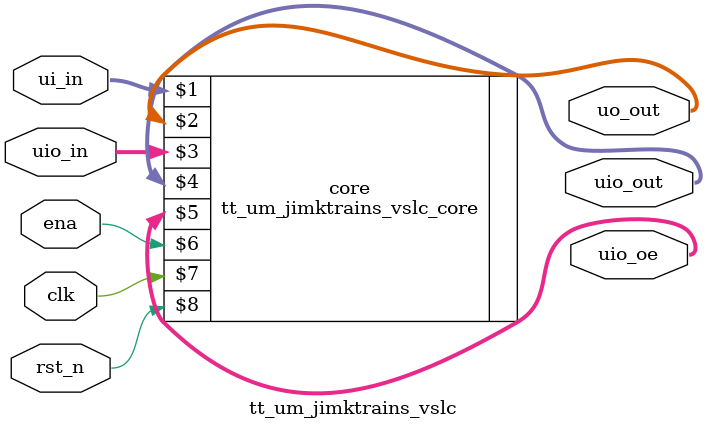
<source format=v>
/*
* Copyright (c) 2025 James Keener
* SPDX-License-Identifier: Apache-2.0
*/

`default_nettype none

(* blackbox *) (* keep *)
module my_logo ();
endmodule

module tt_um_jimktrains_vslc (
  input  wire [7:0] ui_in,   // Dedicated inputs
  output wire [7:0] uo_out,   // Dedicated outputs
  input  wire [7:0] uio_in,   // IOs: Input path
  output wire [7:0] uio_out,  // IOs: Output path
  output wire [7:0] uio_oe,   // IOs: Enable path (active high: 0=input, 1=output)
  input  wire       ena,      // always 1 when the design is powered, so you can ignore it
  input  wire       clk,      // clock
  input  wire       rst_n    // reset_n - low to reset
);

  // (* keep *)
  // my_logo logo();

tt_um_jimktrains_vslc_core core (
  ui_in,
  uo_out,
  uio_in,
  uio_out,
  uio_oe,
  ena,
  clk,
  rst_n
);
endmodule

</source>
